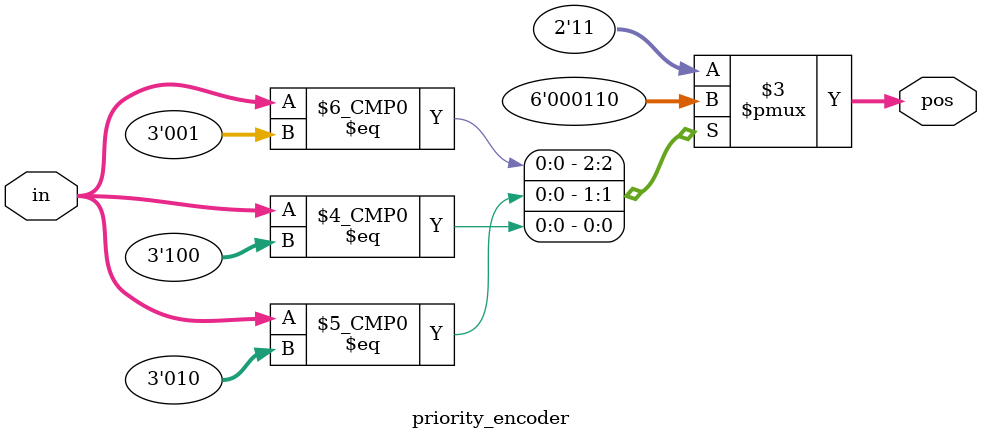
<source format=v>
module priority_encoder( 
input [2:0] in,
output reg [1:0] pos ); 
// When sel=1, assign b to out
always @(in) begin
case (in)
3'b001: pos = 2'b00;
3'b010: pos = 2'b01;
3'b100: pos = 2'b10;
default: pos = 2'b11;
endcase
end
endmodule

</source>
